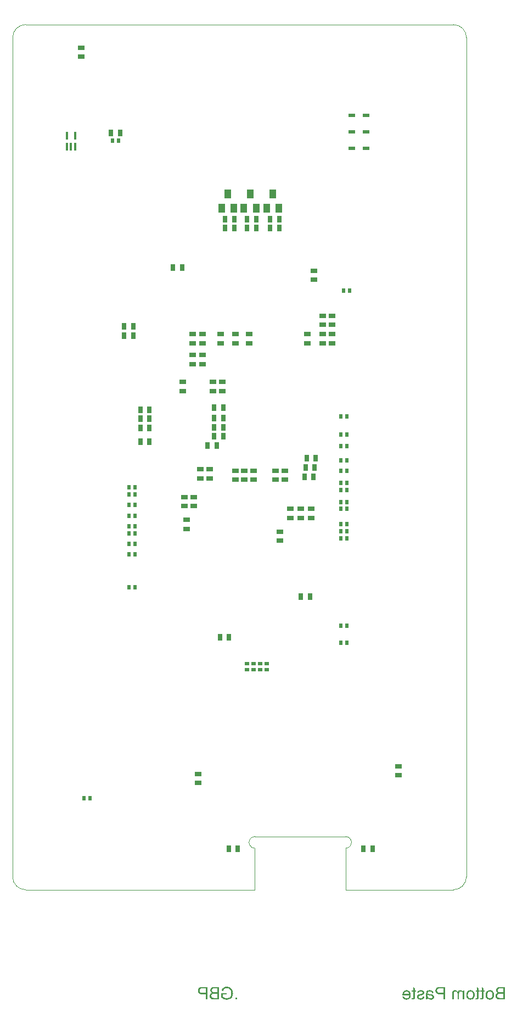
<source format=gbp>
G04 Layer_Color=128*
%FSLAX43Y43*%
%MOMM*%
G71*
G01*
G75*
%ADD10R,0.640X1.000*%
%ADD12R,1.000X0.640*%
%ADD13C,0.100*%
%ADD14C,0.100*%
%ADD20R,0.640X1.000*%
%ADD21R,0.700X0.510*%
%ADD57R,0.510X0.700*%
%ADD58R,1.000X0.640*%
%ADD66R,0.487X0.700*%
%ADD67R,1.000X0.640*%
%ADD68R,0.400X1.200*%
%ADD69R,1.060X0.540*%
%ADD70R,1.000X1.400*%
G36*
X64400Y-15478D02*
X64458Y-15483D01*
X64514Y-15491D01*
X64558Y-15500D01*
X64597Y-15508D01*
X64625Y-15516D01*
X64636Y-15519D01*
X64644Y-15522D01*
X64647Y-15525D01*
X64650D01*
X64697Y-15544D01*
X64738Y-15569D01*
X64774Y-15591D01*
X64805Y-15614D01*
X64827Y-15636D01*
X64844Y-15652D01*
X64855Y-15664D01*
X64858Y-15666D01*
X64883Y-15702D01*
X64905Y-15741D01*
X64922Y-15780D01*
X64936Y-15816D01*
X64947Y-15852D01*
X64955Y-15877D01*
X64958Y-15888D01*
Y-15897D01*
X64961Y-15900D01*
Y-15902D01*
X64730Y-15933D01*
X64713Y-15883D01*
X64697Y-15838D01*
X64677Y-15802D01*
X64661Y-15775D01*
X64644Y-15752D01*
X64630Y-15739D01*
X64619Y-15730D01*
X64616Y-15727D01*
X64583Y-15708D01*
X64544Y-15694D01*
X64502Y-15683D01*
X64464Y-15677D01*
X64425Y-15672D01*
X64397Y-15669D01*
X64369D01*
X64305Y-15672D01*
X64250Y-15680D01*
X64205Y-15694D01*
X64166Y-15708D01*
X64139Y-15725D01*
X64117Y-15736D01*
X64103Y-15747D01*
X64100Y-15750D01*
X64078Y-15775D01*
X64061Y-15805D01*
X64047Y-15838D01*
X64039Y-15872D01*
X64033Y-15902D01*
X64030Y-15930D01*
Y-15947D01*
Y-15950D01*
Y-15952D01*
Y-15958D01*
Y-15969D01*
Y-15988D01*
X64033Y-16005D01*
Y-16011D01*
Y-16013D01*
X64061Y-16022D01*
X64092Y-16030D01*
X64155Y-16047D01*
X64228Y-16061D01*
X64294Y-16074D01*
X64328Y-16080D01*
X64358Y-16083D01*
X64386Y-16088D01*
X64408Y-16091D01*
X64427Y-16094D01*
X64441D01*
X64452Y-16097D01*
X64455D01*
X64505Y-16102D01*
X64547Y-16111D01*
X64583Y-16116D01*
X64611Y-16122D01*
X64633Y-16124D01*
X64650Y-16130D01*
X64661Y-16133D01*
X64663D01*
X64700Y-16144D01*
X64730Y-16155D01*
X64761Y-16169D01*
X64786Y-16180D01*
X64808Y-16191D01*
X64822Y-16202D01*
X64833Y-16208D01*
X64836Y-16211D01*
X64863Y-16230D01*
X64886Y-16252D01*
X64908Y-16274D01*
X64924Y-16297D01*
X64938Y-16316D01*
X64949Y-16333D01*
X64955Y-16344D01*
X64958Y-16347D01*
X64972Y-16377D01*
X64983Y-16410D01*
X64991Y-16441D01*
X64997Y-16471D01*
X64999Y-16496D01*
X65002Y-16516D01*
Y-16527D01*
Y-16533D01*
X64999Y-16566D01*
X64997Y-16594D01*
X64983Y-16652D01*
X64963Y-16699D01*
X64941Y-16741D01*
X64919Y-16774D01*
X64899Y-16799D01*
X64886Y-16813D01*
X64880Y-16818D01*
X64830Y-16855D01*
X64774Y-16882D01*
X64713Y-16902D01*
X64658Y-16916D01*
X64608Y-16924D01*
X64586Y-16927D01*
X64566D01*
X64550Y-16930D01*
X64527D01*
X64477Y-16927D01*
X64427Y-16921D01*
X64383Y-16916D01*
X64344Y-16907D01*
X64314Y-16899D01*
X64289Y-16891D01*
X64272Y-16888D01*
X64266Y-16885D01*
X64219Y-16866D01*
X64175Y-16841D01*
X64133Y-16813D01*
X64092Y-16788D01*
X64058Y-16763D01*
X64033Y-16744D01*
X64017Y-16730D01*
X64014Y-16724D01*
X64011D01*
X64005Y-16760D01*
X64000Y-16794D01*
X63994Y-16824D01*
X63986Y-16849D01*
X63978Y-16871D01*
X63972Y-16885D01*
X63969Y-16896D01*
X63967Y-16899D01*
X63720D01*
X63733Y-16868D01*
X63747Y-16838D01*
X63758Y-16810D01*
X63764Y-16785D01*
X63772Y-16763D01*
X63775Y-16746D01*
X63778Y-16735D01*
Y-16732D01*
X63781Y-16713D01*
X63783Y-16688D01*
Y-16660D01*
X63786Y-16630D01*
X63789Y-16560D01*
Y-16491D01*
X63792Y-16424D01*
Y-16394D01*
Y-16369D01*
Y-16347D01*
Y-16330D01*
Y-16319D01*
Y-16316D01*
Y-16000D01*
Y-15947D01*
X63794Y-15900D01*
X63797Y-15863D01*
Y-15833D01*
X63800Y-15811D01*
X63803Y-15794D01*
X63806Y-15786D01*
Y-15783D01*
X63814Y-15747D01*
X63825Y-15716D01*
X63836Y-15691D01*
X63850Y-15666D01*
X63861Y-15650D01*
X63869Y-15636D01*
X63875Y-15627D01*
X63878Y-15625D01*
X63900Y-15603D01*
X63925Y-15580D01*
X63953Y-15564D01*
X63980Y-15547D01*
X64005Y-15536D01*
X64025Y-15528D01*
X64039Y-15522D01*
X64044Y-15519D01*
X64089Y-15505D01*
X64136Y-15494D01*
X64183Y-15486D01*
X64230Y-15480D01*
X64272Y-15478D01*
X64303Y-15475D01*
X64333D01*
X64400Y-15478D01*
D02*
G37*
G36*
X75949Y-16899D02*
X75216D01*
X75149Y-16896D01*
X75091Y-16893D01*
X75038Y-16888D01*
X74994Y-16882D01*
X74958Y-16877D01*
X74930Y-16874D01*
X74913Y-16868D01*
X74908D01*
X74860Y-16855D01*
X74822Y-16841D01*
X74786Y-16824D01*
X74755Y-16807D01*
X74730Y-16796D01*
X74711Y-16785D01*
X74699Y-16777D01*
X74697Y-16774D01*
X74666Y-16749D01*
X74638Y-16719D01*
X74616Y-16688D01*
X74594Y-16660D01*
X74577Y-16632D01*
X74566Y-16613D01*
X74558Y-16599D01*
X74555Y-16594D01*
X74536Y-16549D01*
X74522Y-16505D01*
X74511Y-16463D01*
X74505Y-16424D01*
X74500Y-16391D01*
X74497Y-16363D01*
Y-16347D01*
Y-16344D01*
Y-16341D01*
X74500Y-16280D01*
X74511Y-16224D01*
X74527Y-16177D01*
X74544Y-16133D01*
X74561Y-16099D01*
X74577Y-16074D01*
X74588Y-16058D01*
X74591Y-16052D01*
X74630Y-16008D01*
X74672Y-15972D01*
X74719Y-15941D01*
X74761Y-15916D01*
X74799Y-15897D01*
X74833Y-15886D01*
X74844Y-15880D01*
X74852Y-15877D01*
X74858Y-15875D01*
X74860D01*
X74813Y-15847D01*
X74772Y-15819D01*
X74738Y-15789D01*
X74711Y-15761D01*
X74688Y-15739D01*
X74672Y-15716D01*
X74663Y-15705D01*
X74661Y-15700D01*
X74638Y-15658D01*
X74622Y-15619D01*
X74608Y-15580D01*
X74600Y-15544D01*
X74594Y-15514D01*
X74591Y-15489D01*
Y-15475D01*
Y-15469D01*
X74594Y-15422D01*
X74602Y-15375D01*
X74616Y-15333D01*
X74630Y-15294D01*
X74644Y-15261D01*
X74658Y-15239D01*
X74666Y-15222D01*
X74669Y-15217D01*
X74699Y-15175D01*
X74733Y-15136D01*
X74769Y-15106D01*
X74802Y-15081D01*
X74830Y-15061D01*
X74855Y-15047D01*
X74872Y-15039D01*
X74874Y-15036D01*
X74877D01*
X74930Y-15017D01*
X74988Y-15003D01*
X75047Y-14992D01*
X75102Y-14986D01*
X75152Y-14981D01*
X75174D01*
X75194Y-14978D01*
X75949D01*
Y-16899D01*
D02*
G37*
G36*
X66682D02*
X66426D01*
Y-16119D01*
X65935D01*
X65863Y-16116D01*
X65793Y-16111D01*
X65732Y-16102D01*
X65677Y-16091D01*
X65624Y-16080D01*
X65580Y-16066D01*
X65538Y-16049D01*
X65502Y-16033D01*
X65471Y-16019D01*
X65444Y-16002D01*
X65421Y-15988D01*
X65405Y-15975D01*
X65391Y-15966D01*
X65382Y-15958D01*
X65377Y-15952D01*
X65374Y-15950D01*
X65346Y-15916D01*
X65321Y-15883D01*
X65302Y-15850D01*
X65283Y-15814D01*
X65266Y-15777D01*
X65255Y-15744D01*
X65235Y-15680D01*
X65230Y-15650D01*
X65224Y-15622D01*
X65221Y-15597D01*
X65219Y-15578D01*
X65216Y-15558D01*
Y-15547D01*
Y-15539D01*
Y-15536D01*
X65219Y-15483D01*
X65224Y-15433D01*
X65235Y-15389D01*
X65244Y-15350D01*
X65255Y-15317D01*
X65266Y-15292D01*
X65271Y-15278D01*
X65274Y-15272D01*
X65296Y-15230D01*
X65324Y-15194D01*
X65349Y-15161D01*
X65374Y-15136D01*
X65396Y-15117D01*
X65413Y-15100D01*
X65424Y-15092D01*
X65430Y-15089D01*
X65466Y-15067D01*
X65507Y-15047D01*
X65546Y-15031D01*
X65582Y-15017D01*
X65616Y-15008D01*
X65641Y-15003D01*
X65660Y-14997D01*
X65666D01*
X65707Y-14992D01*
X65755Y-14986D01*
X65804Y-14983D01*
X65852Y-14981D01*
X65893Y-14978D01*
X66682D01*
Y-16899D01*
D02*
G37*
G36*
X60821Y-15478D02*
X60871Y-15483D01*
X60918Y-15491D01*
X60963Y-15505D01*
X61004Y-15519D01*
X61043Y-15536D01*
X61079Y-15553D01*
X61110Y-15572D01*
X61140Y-15589D01*
X61165Y-15608D01*
X61188Y-15625D01*
X61204Y-15639D01*
X61218Y-15652D01*
X61229Y-15661D01*
X61235Y-15666D01*
X61238Y-15669D01*
X61268Y-15708D01*
X61296Y-15750D01*
X61321Y-15791D01*
X61343Y-15836D01*
X61360Y-15883D01*
X61374Y-15927D01*
X61396Y-16016D01*
X61404Y-16055D01*
X61410Y-16094D01*
X61412Y-16127D01*
X61415Y-16158D01*
X61418Y-16183D01*
Y-16199D01*
Y-16213D01*
Y-16216D01*
X61415Y-16277D01*
X61410Y-16335D01*
X61401Y-16391D01*
X61390Y-16441D01*
X61376Y-16488D01*
X61363Y-16533D01*
X61346Y-16571D01*
X61329Y-16608D01*
X61313Y-16638D01*
X61296Y-16666D01*
X61282Y-16688D01*
X61268Y-16707D01*
X61257Y-16724D01*
X61249Y-16735D01*
X61243Y-16741D01*
X61240Y-16744D01*
X61204Y-16777D01*
X61168Y-16805D01*
X61129Y-16830D01*
X61088Y-16852D01*
X61049Y-16868D01*
X61007Y-16885D01*
X60929Y-16907D01*
X60893Y-16913D01*
X60860Y-16918D01*
X60829Y-16924D01*
X60805Y-16927D01*
X60785Y-16930D01*
X60755D01*
X60668Y-16924D01*
X60591Y-16910D01*
X60521Y-16893D01*
X60494Y-16882D01*
X60466Y-16871D01*
X60441Y-16860D01*
X60419Y-16849D01*
X60402Y-16841D01*
X60385Y-16832D01*
X60374Y-16824D01*
X60366Y-16818D01*
X60360Y-16813D01*
X60358D01*
X60302Y-16763D01*
X60258Y-16710D01*
X60219Y-16655D01*
X60191Y-16602D01*
X60169Y-16555D01*
X60160Y-16533D01*
X60152Y-16516D01*
X60147Y-16499D01*
X60144Y-16488D01*
X60141Y-16483D01*
Y-16480D01*
X60385Y-16449D01*
X60408Y-16502D01*
X60432Y-16546D01*
X60457Y-16585D01*
X60480Y-16616D01*
X60499Y-16638D01*
X60516Y-16655D01*
X60530Y-16666D01*
X60532Y-16669D01*
X60569Y-16691D01*
X60605Y-16707D01*
X60643Y-16719D01*
X60677Y-16727D01*
X60707Y-16732D01*
X60732Y-16735D01*
X60755D01*
X60788Y-16732D01*
X60818Y-16730D01*
X60874Y-16716D01*
X60924Y-16696D01*
X60968Y-16674D01*
X61002Y-16655D01*
X61027Y-16635D01*
X61043Y-16621D01*
X61046Y-16616D01*
X61049D01*
X61088Y-16566D01*
X61118Y-16510D01*
X61140Y-16449D01*
X61157Y-16394D01*
X61165Y-16344D01*
X61171Y-16322D01*
X61174Y-16302D01*
Y-16285D01*
X61177Y-16274D01*
Y-16266D01*
Y-16263D01*
X60135D01*
X60133Y-16235D01*
Y-16216D01*
Y-16205D01*
Y-16202D01*
X60135Y-16138D01*
X60141Y-16080D01*
X60149Y-16024D01*
X60160Y-15972D01*
X60174Y-15925D01*
X60188Y-15880D01*
X60205Y-15841D01*
X60221Y-15805D01*
X60238Y-15772D01*
X60255Y-15744D01*
X60269Y-15722D01*
X60283Y-15702D01*
X60294Y-15686D01*
X60302Y-15675D01*
X60308Y-15669D01*
X60310Y-15666D01*
X60344Y-15633D01*
X60380Y-15603D01*
X60419Y-15578D01*
X60457Y-15555D01*
X60496Y-15536D01*
X60532Y-15522D01*
X60571Y-15508D01*
X60605Y-15500D01*
X60641Y-15491D01*
X60671Y-15486D01*
X60699Y-15480D01*
X60721Y-15478D01*
X60741Y-15475D01*
X60768D01*
X60821Y-15478D01*
D02*
G37*
G36*
X62045Y-15161D02*
Y-15505D01*
X62220D01*
Y-15689D01*
X62045D01*
Y-16494D01*
Y-16533D01*
Y-16566D01*
X62043Y-16596D01*
X62040Y-16627D01*
Y-16652D01*
X62037Y-16674D01*
X62032Y-16710D01*
X62026Y-16738D01*
X62023Y-16757D01*
X62018Y-16769D01*
Y-16771D01*
X62007Y-16796D01*
X61990Y-16816D01*
X61973Y-16835D01*
X61959Y-16849D01*
X61943Y-16863D01*
X61932Y-16871D01*
X61923Y-16877D01*
X61921Y-16880D01*
X61890Y-16893D01*
X61859Y-16902D01*
X61826Y-16910D01*
X61793Y-16913D01*
X61765Y-16916D01*
X61743Y-16918D01*
X61721D01*
X61660Y-16916D01*
X61629Y-16913D01*
X61601Y-16907D01*
X61576Y-16905D01*
X61557Y-16902D01*
X61546Y-16899D01*
X61540D01*
X61571Y-16691D01*
X61593Y-16694D01*
X61615Y-16696D01*
X61635D01*
X61648Y-16699D01*
X61676D01*
X61712Y-16696D01*
X61737Y-16691D01*
X61751Y-16685D01*
X61757Y-16682D01*
X61776Y-16669D01*
X61787Y-16655D01*
X61796Y-16644D01*
X61798Y-16638D01*
X61801Y-16624D01*
X61804Y-16605D01*
X61807Y-16560D01*
X61809Y-16541D01*
Y-16524D01*
Y-16513D01*
Y-16508D01*
Y-15689D01*
X61571D01*
Y-15505D01*
X61809D01*
Y-15019D01*
X62045Y-15161D01*
D02*
G37*
G36*
X71898D02*
Y-15505D01*
X72073D01*
Y-15689D01*
X71898D01*
Y-16494D01*
Y-16533D01*
Y-16566D01*
X71896Y-16596D01*
X71893Y-16627D01*
Y-16652D01*
X71890Y-16674D01*
X71884Y-16710D01*
X71879Y-16738D01*
X71876Y-16757D01*
X71871Y-16769D01*
Y-16771D01*
X71859Y-16796D01*
X71843Y-16816D01*
X71826Y-16835D01*
X71812Y-16849D01*
X71796Y-16863D01*
X71784Y-16871D01*
X71776Y-16877D01*
X71773Y-16880D01*
X71743Y-16893D01*
X71712Y-16902D01*
X71679Y-16910D01*
X71646Y-16913D01*
X71618Y-16916D01*
X71596Y-16918D01*
X71573D01*
X71512Y-16916D01*
X71482Y-16913D01*
X71454Y-16907D01*
X71429Y-16905D01*
X71410Y-16902D01*
X71399Y-16899D01*
X71393D01*
X71424Y-16691D01*
X71446Y-16694D01*
X71468Y-16696D01*
X71487D01*
X71501Y-16699D01*
X71529D01*
X71565Y-16696D01*
X71590Y-16691D01*
X71604Y-16685D01*
X71610Y-16682D01*
X71629Y-16669D01*
X71640Y-16655D01*
X71648Y-16644D01*
X71651Y-16638D01*
X71654Y-16624D01*
X71657Y-16605D01*
X71660Y-16560D01*
X71662Y-16541D01*
Y-16524D01*
Y-16513D01*
Y-16508D01*
Y-15689D01*
X71424D01*
Y-15505D01*
X71662D01*
Y-15019D01*
X71898Y-15161D01*
D02*
G37*
G36*
X72645D02*
Y-15505D01*
X72820D01*
Y-15689D01*
X72645D01*
Y-16494D01*
Y-16533D01*
Y-16566D01*
X72642Y-16596D01*
X72640Y-16627D01*
Y-16652D01*
X72637Y-16674D01*
X72631Y-16710D01*
X72626Y-16738D01*
X72623Y-16757D01*
X72617Y-16769D01*
Y-16771D01*
X72606Y-16796D01*
X72590Y-16816D01*
X72573Y-16835D01*
X72559Y-16849D01*
X72542Y-16863D01*
X72531Y-16871D01*
X72523Y-16877D01*
X72520Y-16880D01*
X72490Y-16893D01*
X72459Y-16902D01*
X72426Y-16910D01*
X72392Y-16913D01*
X72365Y-16916D01*
X72342Y-16918D01*
X72320D01*
X72259Y-16916D01*
X72229Y-16913D01*
X72201Y-16907D01*
X72176Y-16905D01*
X72156Y-16902D01*
X72145Y-16899D01*
X72140D01*
X72170Y-16691D01*
X72193Y-16694D01*
X72215Y-16696D01*
X72234D01*
X72248Y-16699D01*
X72276D01*
X72312Y-16696D01*
X72337Y-16691D01*
X72351Y-16685D01*
X72356Y-16682D01*
X72376Y-16669D01*
X72387Y-16655D01*
X72395Y-16644D01*
X72398Y-16638D01*
X72401Y-16624D01*
X72404Y-16605D01*
X72406Y-16560D01*
X72409Y-16541D01*
Y-16524D01*
Y-16513D01*
Y-16508D01*
Y-15689D01*
X72170D01*
Y-15505D01*
X72409D01*
Y-15019D01*
X72645Y-15161D01*
D02*
G37*
G36*
X69117Y-15478D02*
X69164Y-15486D01*
X69205Y-15494D01*
X69241Y-15505D01*
X69272Y-15519D01*
X69294Y-15528D01*
X69308Y-15536D01*
X69314Y-15539D01*
X69352Y-15564D01*
X69386Y-15591D01*
X69416Y-15619D01*
X69441Y-15647D01*
X69461Y-15669D01*
X69477Y-15689D01*
X69486Y-15700D01*
X69489Y-15705D01*
Y-15505D01*
X69700D01*
Y-16899D01*
X69464D01*
Y-16177D01*
X69461Y-16111D01*
X69458Y-16052D01*
X69452Y-16002D01*
X69444Y-15961D01*
X69436Y-15930D01*
X69430Y-15908D01*
X69427Y-15894D01*
X69425Y-15888D01*
X69408Y-15852D01*
X69389Y-15822D01*
X69369Y-15794D01*
X69350Y-15772D01*
X69330Y-15755D01*
X69316Y-15744D01*
X69305Y-15736D01*
X69303Y-15733D01*
X69269Y-15716D01*
X69239Y-15702D01*
X69205Y-15694D01*
X69178Y-15686D01*
X69155Y-15683D01*
X69136Y-15680D01*
X69119D01*
X69072Y-15683D01*
X69033Y-15691D01*
X69000Y-15705D01*
X68975Y-15719D01*
X68955Y-15736D01*
X68942Y-15747D01*
X68933Y-15758D01*
X68930Y-15761D01*
X68911Y-15794D01*
X68897Y-15830D01*
X68886Y-15869D01*
X68881Y-15908D01*
X68875Y-15941D01*
X68872Y-15972D01*
Y-15983D01*
Y-15988D01*
Y-15994D01*
Y-15997D01*
Y-16899D01*
X68636D01*
Y-16091D01*
X68631Y-16016D01*
X68620Y-15952D01*
X68606Y-15900D01*
X68586Y-15855D01*
X68570Y-15822D01*
X68553Y-15800D01*
X68542Y-15786D01*
X68539Y-15780D01*
X68500Y-15747D01*
X68459Y-15722D01*
X68417Y-15705D01*
X68378Y-15691D01*
X68345Y-15686D01*
X68317Y-15683D01*
X68306Y-15680D01*
X68292D01*
X68261Y-15683D01*
X68236Y-15686D01*
X68211Y-15691D01*
X68192Y-15700D01*
X68173Y-15708D01*
X68161Y-15714D01*
X68153Y-15716D01*
X68150Y-15719D01*
X68128Y-15736D01*
X68112Y-15752D01*
X68098Y-15769D01*
X68087Y-15786D01*
X68078Y-15800D01*
X68073Y-15811D01*
X68067Y-15819D01*
Y-15822D01*
X68059Y-15847D01*
X68053Y-15880D01*
X68050Y-15913D01*
X68048Y-15947D01*
X68045Y-15977D01*
Y-16002D01*
Y-16019D01*
Y-16022D01*
Y-16024D01*
Y-16899D01*
X67809D01*
Y-15944D01*
Y-15900D01*
X67814Y-15861D01*
X67820Y-15822D01*
X67826Y-15789D01*
X67834Y-15755D01*
X67845Y-15727D01*
X67853Y-15702D01*
X67864Y-15677D01*
X67876Y-15658D01*
X67884Y-15639D01*
X67903Y-15614D01*
X67914Y-15597D01*
X67920Y-15591D01*
X67964Y-15553D01*
X68017Y-15525D01*
X68070Y-15503D01*
X68120Y-15489D01*
X68167Y-15480D01*
X68186Y-15478D01*
X68206D01*
X68220Y-15475D01*
X68239D01*
X68289Y-15478D01*
X68334Y-15486D01*
X68378Y-15497D01*
X68420Y-15514D01*
X68459Y-15533D01*
X68495Y-15553D01*
X68525Y-15575D01*
X68556Y-15597D01*
X68583Y-15622D01*
X68606Y-15644D01*
X68625Y-15664D01*
X68642Y-15683D01*
X68656Y-15700D01*
X68664Y-15711D01*
X68670Y-15719D01*
X68672Y-15722D01*
X68689Y-15680D01*
X68711Y-15644D01*
X68736Y-15614D01*
X68758Y-15589D01*
X68781Y-15566D01*
X68797Y-15553D01*
X68808Y-15544D01*
X68814Y-15541D01*
X68853Y-15519D01*
X68894Y-15503D01*
X68936Y-15491D01*
X68978Y-15483D01*
X69011Y-15478D01*
X69042Y-15475D01*
X69067D01*
X69117Y-15478D01*
D02*
G37*
G36*
X73661D02*
X73706Y-15480D01*
X73792Y-15500D01*
X73867Y-15525D01*
X73900Y-15539D01*
X73930Y-15553D01*
X73958Y-15566D01*
X73980Y-15580D01*
X74003Y-15594D01*
X74019Y-15605D01*
X74033Y-15616D01*
X74044Y-15625D01*
X74050Y-15627D01*
X74053Y-15630D01*
X74091Y-15666D01*
X74122Y-15708D01*
X74153Y-15752D01*
X74175Y-15797D01*
X74197Y-15844D01*
X74214Y-15894D01*
X74228Y-15941D01*
X74239Y-15986D01*
X74250Y-16030D01*
X74255Y-16069D01*
X74261Y-16108D01*
X74264Y-16138D01*
Y-16166D01*
X74266Y-16186D01*
Y-16197D01*
Y-16202D01*
X74264Y-16266D01*
X74258Y-16327D01*
X74250Y-16383D01*
X74239Y-16435D01*
X74225Y-16483D01*
X74211Y-16527D01*
X74194Y-16569D01*
X74178Y-16605D01*
X74161Y-16638D01*
X74144Y-16666D01*
X74130Y-16688D01*
X74116Y-16707D01*
X74105Y-16724D01*
X74097Y-16735D01*
X74091Y-16741D01*
X74089Y-16744D01*
X74053Y-16777D01*
X74017Y-16805D01*
X73978Y-16830D01*
X73939Y-16852D01*
X73900Y-16868D01*
X73858Y-16885D01*
X73783Y-16907D01*
X73750Y-16913D01*
X73717Y-16918D01*
X73689Y-16924D01*
X73664Y-16927D01*
X73642Y-16930D01*
X73614D01*
X73547Y-16927D01*
X73486Y-16916D01*
X73428Y-16902D01*
X73381Y-16888D01*
X73339Y-16871D01*
X73322Y-16866D01*
X73309Y-16860D01*
X73295Y-16855D01*
X73286Y-16849D01*
X73284Y-16846D01*
X73281D01*
X73225Y-16810D01*
X73178Y-16771D01*
X73136Y-16732D01*
X73103Y-16694D01*
X73078Y-16660D01*
X73059Y-16632D01*
X73053Y-16621D01*
X73048Y-16613D01*
X73045Y-16610D01*
Y-16608D01*
X73017Y-16544D01*
X72998Y-16474D01*
X72981Y-16405D01*
X72973Y-16335D01*
X72967Y-16305D01*
Y-16277D01*
X72964Y-16249D01*
X72962Y-16227D01*
Y-16208D01*
Y-16194D01*
Y-16186D01*
Y-16183D01*
X72964Y-16122D01*
X72970Y-16066D01*
X72978Y-16013D01*
X72989Y-15963D01*
X73003Y-15916D01*
X73020Y-15875D01*
X73037Y-15833D01*
X73053Y-15800D01*
X73070Y-15769D01*
X73087Y-15741D01*
X73103Y-15716D01*
X73117Y-15697D01*
X73128Y-15683D01*
X73136Y-15672D01*
X73142Y-15666D01*
X73145Y-15664D01*
X73181Y-15630D01*
X73217Y-15603D01*
X73256Y-15575D01*
X73295Y-15555D01*
X73334Y-15536D01*
X73372Y-15522D01*
X73447Y-15497D01*
X73483Y-15491D01*
X73514Y-15486D01*
X73542Y-15480D01*
X73567Y-15478D01*
X73586Y-15475D01*
X73614D01*
X73661Y-15478D01*
D02*
G37*
G36*
X33133Y-14950D02*
X33230Y-14964D01*
X33274Y-14972D01*
X33316Y-14983D01*
X33355Y-14992D01*
X33391Y-15003D01*
X33424Y-15014D01*
X33452Y-15025D01*
X33477Y-15036D01*
X33499Y-15044D01*
X33516Y-15053D01*
X33527Y-15058D01*
X33535Y-15061D01*
X33538Y-15064D01*
X33577Y-15089D01*
X33616Y-15114D01*
X33683Y-15172D01*
X33741Y-15230D01*
X33788Y-15292D01*
X33827Y-15344D01*
X33841Y-15367D01*
X33852Y-15389D01*
X33863Y-15405D01*
X33869Y-15417D01*
X33871Y-15425D01*
X33874Y-15428D01*
X33913Y-15519D01*
X33941Y-15611D01*
X33963Y-15700D01*
X33968Y-15741D01*
X33977Y-15780D01*
X33980Y-15816D01*
X33985Y-15847D01*
X33988Y-15877D01*
Y-15902D01*
X33991Y-15922D01*
Y-15936D01*
Y-15947D01*
Y-15950D01*
X33985Y-16052D01*
X33971Y-16149D01*
X33963Y-16194D01*
X33955Y-16235D01*
X33944Y-16277D01*
X33932Y-16313D01*
X33921Y-16347D01*
X33910Y-16374D01*
X33902Y-16402D01*
X33894Y-16421D01*
X33885Y-16441D01*
X33880Y-16452D01*
X33874Y-16460D01*
Y-16463D01*
X33824Y-16544D01*
X33769Y-16613D01*
X33710Y-16674D01*
X33655Y-16724D01*
X33602Y-16763D01*
X33583Y-16777D01*
X33563Y-16791D01*
X33547Y-16799D01*
X33535Y-16807D01*
X33527Y-16810D01*
X33524Y-16813D01*
X33480Y-16835D01*
X33435Y-16852D01*
X33347Y-16882D01*
X33261Y-16902D01*
X33180Y-16918D01*
X33144Y-16921D01*
X33111Y-16927D01*
X33080Y-16930D01*
X33055D01*
X33036Y-16932D01*
X33008D01*
X32930Y-16930D01*
X32855Y-16921D01*
X32786Y-16907D01*
X32725Y-16893D01*
X32700Y-16888D01*
X32675Y-16882D01*
X32653Y-16874D01*
X32633Y-16868D01*
X32619Y-16863D01*
X32608Y-16860D01*
X32603Y-16857D01*
X32600D01*
X32525Y-16827D01*
X32455Y-16791D01*
X32389Y-16752D01*
X32331Y-16716D01*
X32306Y-16699D01*
X32281Y-16682D01*
X32261Y-16669D01*
X32244Y-16657D01*
X32231Y-16646D01*
X32219Y-16638D01*
X32214Y-16635D01*
X32211Y-16632D01*
Y-15919D01*
X33027D01*
Y-16147D01*
X32461D01*
Y-16508D01*
X32494Y-16535D01*
X32533Y-16560D01*
X32575Y-16583D01*
X32614Y-16602D01*
X32647Y-16619D01*
X32678Y-16632D01*
X32689Y-16638D01*
X32694Y-16641D01*
X32700Y-16644D01*
X32703D01*
X32761Y-16663D01*
X32819Y-16680D01*
X32872Y-16691D01*
X32922Y-16696D01*
X32963Y-16702D01*
X32980D01*
X32997Y-16705D01*
X33025D01*
X33094Y-16702D01*
X33161Y-16691D01*
X33222Y-16677D01*
X33277Y-16663D01*
X33322Y-16646D01*
X33341Y-16641D01*
X33355Y-16635D01*
X33369Y-16630D01*
X33377Y-16624D01*
X33383Y-16621D01*
X33385D01*
X33444Y-16585D01*
X33497Y-16546D01*
X33541Y-16505D01*
X33577Y-16463D01*
X33608Y-16424D01*
X33627Y-16394D01*
X33635Y-16383D01*
X33638Y-16374D01*
X33644Y-16369D01*
Y-16366D01*
X33671Y-16297D01*
X33694Y-16224D01*
X33708Y-16152D01*
X33719Y-16083D01*
X33721Y-16052D01*
X33724Y-16024D01*
X33727Y-15997D01*
Y-15975D01*
X33730Y-15958D01*
Y-15944D01*
Y-15936D01*
Y-15933D01*
X33727Y-15855D01*
X33719Y-15786D01*
X33708Y-15719D01*
X33694Y-15661D01*
X33688Y-15636D01*
X33680Y-15614D01*
X33674Y-15594D01*
X33669Y-15578D01*
X33663Y-15564D01*
X33660Y-15555D01*
X33658Y-15550D01*
Y-15547D01*
X33638Y-15508D01*
X33619Y-15472D01*
X33599Y-15439D01*
X33580Y-15411D01*
X33563Y-15389D01*
X33549Y-15369D01*
X33538Y-15358D01*
X33535Y-15355D01*
X33505Y-15325D01*
X33472Y-15297D01*
X33435Y-15275D01*
X33402Y-15253D01*
X33374Y-15239D01*
X33352Y-15225D01*
X33336Y-15219D01*
X33330Y-15217D01*
X33280Y-15197D01*
X33230Y-15183D01*
X33177Y-15175D01*
X33130Y-15167D01*
X33088Y-15164D01*
X33072D01*
X33058Y-15161D01*
X33027D01*
X32975Y-15164D01*
X32925Y-15169D01*
X32880Y-15178D01*
X32841Y-15186D01*
X32808Y-15197D01*
X32783Y-15206D01*
X32769Y-15211D01*
X32764Y-15214D01*
X32722Y-15233D01*
X32686Y-15255D01*
X32653Y-15278D01*
X32628Y-15300D01*
X32608Y-15319D01*
X32591Y-15333D01*
X32583Y-15344D01*
X32580Y-15347D01*
X32555Y-15380D01*
X32536Y-15419D01*
X32517Y-15455D01*
X32500Y-15494D01*
X32489Y-15528D01*
X32480Y-15553D01*
X32478Y-15564D01*
X32475Y-15572D01*
X32472Y-15575D01*
Y-15578D01*
X32242Y-15516D01*
X32261Y-15447D01*
X32286Y-15386D01*
X32311Y-15330D01*
X32333Y-15286D01*
X32355Y-15250D01*
X32372Y-15225D01*
X32383Y-15208D01*
X32389Y-15203D01*
X32428Y-15158D01*
X32469Y-15122D01*
X32514Y-15089D01*
X32555Y-15061D01*
X32594Y-15042D01*
X32625Y-15025D01*
X32636Y-15019D01*
X32644Y-15017D01*
X32650Y-15014D01*
X32653D01*
X32716Y-14992D01*
X32783Y-14975D01*
X32844Y-14961D01*
X32902Y-14953D01*
X32955Y-14947D01*
X32977D01*
X32994Y-14945D01*
X33083D01*
X33133Y-14950D01*
D02*
G37*
G36*
X63050Y-15480D02*
X63084Y-15483D01*
X63114Y-15489D01*
X63139Y-15494D01*
X63159Y-15500D01*
X63170Y-15503D01*
X63175Y-15505D01*
X63209Y-15516D01*
X63239Y-15528D01*
X63264Y-15539D01*
X63286Y-15550D01*
X63303Y-15558D01*
X63314Y-15566D01*
X63323Y-15569D01*
X63325Y-15572D01*
X63353Y-15591D01*
X63375Y-15614D01*
X63395Y-15639D01*
X63411Y-15658D01*
X63425Y-15677D01*
X63434Y-15691D01*
X63439Y-15702D01*
X63442Y-15705D01*
X63456Y-15736D01*
X63467Y-15764D01*
X63472Y-15794D01*
X63478Y-15819D01*
X63481Y-15844D01*
X63484Y-15861D01*
Y-15872D01*
Y-15877D01*
X63481Y-15916D01*
X63475Y-15950D01*
X63467Y-15983D01*
X63459Y-16011D01*
X63450Y-16033D01*
X63442Y-16052D01*
X63436Y-16063D01*
X63434Y-16066D01*
X63411Y-16097D01*
X63386Y-16122D01*
X63361Y-16144D01*
X63336Y-16163D01*
X63314Y-16177D01*
X63298Y-16188D01*
X63286Y-16194D01*
X63281Y-16197D01*
X63261Y-16205D01*
X63236Y-16216D01*
X63181Y-16235D01*
X63123Y-16252D01*
X63062Y-16272D01*
X63009Y-16285D01*
X62984Y-16294D01*
X62962Y-16299D01*
X62945Y-16305D01*
X62931Y-16308D01*
X62923Y-16310D01*
X62920D01*
X62884Y-16319D01*
X62853Y-16327D01*
X62826Y-16335D01*
X62801Y-16344D01*
X62778Y-16349D01*
X62759Y-16358D01*
X62726Y-16369D01*
X62703Y-16377D01*
X62690Y-16385D01*
X62681Y-16388D01*
X62678Y-16391D01*
X62653Y-16408D01*
X62637Y-16430D01*
X62623Y-16449D01*
X62615Y-16469D01*
X62609Y-16488D01*
X62606Y-16502D01*
Y-16513D01*
Y-16516D01*
X62609Y-16549D01*
X62617Y-16577D01*
X62631Y-16605D01*
X62645Y-16627D01*
X62662Y-16646D01*
X62673Y-16660D01*
X62684Y-16669D01*
X62687Y-16671D01*
X62720Y-16694D01*
X62756Y-16707D01*
X62798Y-16719D01*
X62837Y-16727D01*
X62873Y-16732D01*
X62901Y-16735D01*
X62928D01*
X62987Y-16732D01*
X63037Y-16724D01*
X63078Y-16713D01*
X63114Y-16699D01*
X63142Y-16685D01*
X63164Y-16674D01*
X63175Y-16666D01*
X63181Y-16663D01*
X63211Y-16632D01*
X63236Y-16596D01*
X63253Y-16560D01*
X63267Y-16527D01*
X63278Y-16496D01*
X63284Y-16469D01*
X63289Y-16452D01*
Y-16449D01*
Y-16446D01*
X63522Y-16483D01*
X63503Y-16560D01*
X63478Y-16630D01*
X63447Y-16685D01*
X63417Y-16732D01*
X63389Y-16771D01*
X63364Y-16796D01*
X63348Y-16813D01*
X63345Y-16816D01*
X63342Y-16818D01*
X63314Y-16838D01*
X63284Y-16855D01*
X63217Y-16882D01*
X63148Y-16902D01*
X63081Y-16916D01*
X63050Y-16921D01*
X63023Y-16924D01*
X62995Y-16927D01*
X62973D01*
X62953Y-16930D01*
X62928D01*
X62867Y-16927D01*
X62814Y-16921D01*
X62765Y-16913D01*
X62720Y-16902D01*
X62684Y-16891D01*
X62656Y-16882D01*
X62640Y-16877D01*
X62637Y-16874D01*
X62634D01*
X62587Y-16849D01*
X62548Y-16824D01*
X62515Y-16796D01*
X62484Y-16771D01*
X62462Y-16749D01*
X62448Y-16730D01*
X62437Y-16719D01*
X62434Y-16713D01*
X62412Y-16674D01*
X62395Y-16632D01*
X62381Y-16596D01*
X62373Y-16563D01*
X62368Y-16533D01*
X62365Y-16510D01*
Y-16496D01*
Y-16491D01*
X62368Y-16446D01*
X62373Y-16408D01*
X62384Y-16374D01*
X62393Y-16344D01*
X62404Y-16319D01*
X62415Y-16302D01*
X62420Y-16291D01*
X62423Y-16288D01*
X62445Y-16260D01*
X62470Y-16235D01*
X62495Y-16213D01*
X62520Y-16197D01*
X62545Y-16183D01*
X62562Y-16174D01*
X62573Y-16169D01*
X62578Y-16166D01*
X62598Y-16158D01*
X62620Y-16149D01*
X62673Y-16130D01*
X62731Y-16111D01*
X62790Y-16094D01*
X62842Y-16077D01*
X62867Y-16072D01*
X62887Y-16066D01*
X62903Y-16061D01*
X62917Y-16058D01*
X62926Y-16055D01*
X62928D01*
X62959Y-16047D01*
X62987Y-16038D01*
X63012Y-16033D01*
X63034Y-16024D01*
X63070Y-16016D01*
X63098Y-16008D01*
X63117Y-16000D01*
X63128Y-15997D01*
X63134Y-15994D01*
X63137D01*
X63159Y-15983D01*
X63178Y-15975D01*
X63195Y-15963D01*
X63206Y-15955D01*
X63217Y-15947D01*
X63223Y-15938D01*
X63225Y-15936D01*
X63228Y-15933D01*
X63245Y-15905D01*
X63253Y-15877D01*
Y-15866D01*
X63256Y-15858D01*
Y-15852D01*
Y-15850D01*
X63253Y-15825D01*
X63245Y-15800D01*
X63234Y-15777D01*
X63220Y-15761D01*
X63209Y-15744D01*
X63198Y-15733D01*
X63189Y-15727D01*
X63187Y-15725D01*
X63156Y-15705D01*
X63120Y-15691D01*
X63081Y-15683D01*
X63045Y-15675D01*
X63009Y-15672D01*
X62981Y-15669D01*
X62953D01*
X62906Y-15672D01*
X62862Y-15677D01*
X62826Y-15689D01*
X62798Y-15700D01*
X62773Y-15711D01*
X62756Y-15722D01*
X62745Y-15727D01*
X62742Y-15730D01*
X62715Y-15755D01*
X62695Y-15783D01*
X62678Y-15811D01*
X62665Y-15836D01*
X62656Y-15861D01*
X62651Y-15880D01*
X62648Y-15891D01*
Y-15897D01*
X62417Y-15866D01*
X62429Y-15819D01*
X62440Y-15777D01*
X62454Y-15741D01*
X62467Y-15708D01*
X62481Y-15686D01*
X62492Y-15666D01*
X62498Y-15655D01*
X62501Y-15652D01*
X62526Y-15625D01*
X62554Y-15600D01*
X62584Y-15578D01*
X62615Y-15558D01*
X62642Y-15544D01*
X62665Y-15533D01*
X62678Y-15528D01*
X62681Y-15525D01*
X62684D01*
X62731Y-15508D01*
X62781Y-15497D01*
X62828Y-15486D01*
X62873Y-15480D01*
X62914Y-15478D01*
X62945Y-15475D01*
X63012D01*
X63050Y-15480D01*
D02*
G37*
G36*
X70674Y-15478D02*
X70718Y-15480D01*
X70804Y-15500D01*
X70879Y-15525D01*
X70913Y-15539D01*
X70943Y-15553D01*
X70971Y-15566D01*
X70993Y-15580D01*
X71015Y-15594D01*
X71032Y-15605D01*
X71046Y-15616D01*
X71057Y-15625D01*
X71063Y-15627D01*
X71065Y-15630D01*
X71104Y-15666D01*
X71135Y-15708D01*
X71165Y-15752D01*
X71188Y-15797D01*
X71210Y-15844D01*
X71226Y-15894D01*
X71240Y-15941D01*
X71251Y-15986D01*
X71263Y-16030D01*
X71268Y-16069D01*
X71274Y-16108D01*
X71276Y-16138D01*
Y-16166D01*
X71279Y-16186D01*
Y-16197D01*
Y-16202D01*
X71276Y-16266D01*
X71271Y-16327D01*
X71263Y-16383D01*
X71251Y-16435D01*
X71238Y-16483D01*
X71224Y-16527D01*
X71207Y-16569D01*
X71190Y-16605D01*
X71174Y-16638D01*
X71157Y-16666D01*
X71143Y-16688D01*
X71129Y-16707D01*
X71118Y-16724D01*
X71110Y-16735D01*
X71104Y-16741D01*
X71102Y-16744D01*
X71065Y-16777D01*
X71029Y-16805D01*
X70990Y-16830D01*
X70952Y-16852D01*
X70913Y-16868D01*
X70871Y-16885D01*
X70796Y-16907D01*
X70763Y-16913D01*
X70729Y-16918D01*
X70702Y-16924D01*
X70677Y-16927D01*
X70655Y-16930D01*
X70627D01*
X70560Y-16927D01*
X70499Y-16916D01*
X70441Y-16902D01*
X70394Y-16888D01*
X70352Y-16871D01*
X70335Y-16866D01*
X70321Y-16860D01*
X70308Y-16855D01*
X70299Y-16849D01*
X70296Y-16846D01*
X70294D01*
X70238Y-16810D01*
X70191Y-16771D01*
X70149Y-16732D01*
X70116Y-16694D01*
X70091Y-16660D01*
X70072Y-16632D01*
X70066Y-16621D01*
X70060Y-16613D01*
X70058Y-16610D01*
Y-16608D01*
X70030Y-16544D01*
X70010Y-16474D01*
X69994Y-16405D01*
X69985Y-16335D01*
X69980Y-16305D01*
Y-16277D01*
X69977Y-16249D01*
X69974Y-16227D01*
Y-16208D01*
Y-16194D01*
Y-16186D01*
Y-16183D01*
X69977Y-16122D01*
X69983Y-16066D01*
X69991Y-16013D01*
X70002Y-15963D01*
X70016Y-15916D01*
X70033Y-15875D01*
X70049Y-15833D01*
X70066Y-15800D01*
X70083Y-15769D01*
X70099Y-15741D01*
X70116Y-15716D01*
X70130Y-15697D01*
X70141Y-15683D01*
X70149Y-15672D01*
X70155Y-15666D01*
X70158Y-15664D01*
X70194Y-15630D01*
X70230Y-15603D01*
X70269Y-15575D01*
X70308Y-15555D01*
X70346Y-15536D01*
X70385Y-15522D01*
X70460Y-15497D01*
X70496Y-15491D01*
X70527Y-15486D01*
X70555Y-15480D01*
X70580Y-15478D01*
X70599Y-15475D01*
X70627D01*
X70674Y-15478D01*
D02*
G37*
G36*
X31847Y-16899D02*
X31115D01*
X31048Y-16896D01*
X30990Y-16893D01*
X30937Y-16888D01*
X30892Y-16882D01*
X30856Y-16877D01*
X30829Y-16874D01*
X30812Y-16868D01*
X30806D01*
X30759Y-16855D01*
X30720Y-16841D01*
X30684Y-16824D01*
X30654Y-16807D01*
X30629Y-16796D01*
X30609Y-16785D01*
X30598Y-16777D01*
X30595Y-16774D01*
X30565Y-16749D01*
X30537Y-16719D01*
X30515Y-16688D01*
X30493Y-16660D01*
X30476Y-16632D01*
X30465Y-16613D01*
X30457Y-16599D01*
X30454Y-16594D01*
X30434Y-16549D01*
X30420Y-16505D01*
X30409Y-16463D01*
X30404Y-16424D01*
X30398Y-16391D01*
X30395Y-16363D01*
Y-16347D01*
Y-16344D01*
Y-16341D01*
X30398Y-16280D01*
X30409Y-16224D01*
X30426Y-16177D01*
X30443Y-16133D01*
X30459Y-16099D01*
X30476Y-16074D01*
X30487Y-16058D01*
X30490Y-16052D01*
X30529Y-16008D01*
X30570Y-15972D01*
X30618Y-15941D01*
X30659Y-15916D01*
X30698Y-15897D01*
X30731Y-15886D01*
X30743Y-15880D01*
X30751Y-15877D01*
X30756Y-15875D01*
X30759D01*
X30712Y-15847D01*
X30670Y-15819D01*
X30637Y-15789D01*
X30609Y-15761D01*
X30587Y-15739D01*
X30570Y-15716D01*
X30562Y-15705D01*
X30559Y-15700D01*
X30537Y-15658D01*
X30520Y-15619D01*
X30507Y-15580D01*
X30498Y-15544D01*
X30493Y-15514D01*
X30490Y-15489D01*
Y-15475D01*
Y-15469D01*
X30493Y-15422D01*
X30501Y-15375D01*
X30515Y-15333D01*
X30529Y-15294D01*
X30543Y-15261D01*
X30557Y-15239D01*
X30565Y-15222D01*
X30568Y-15217D01*
X30598Y-15175D01*
X30631Y-15136D01*
X30668Y-15106D01*
X30701Y-15081D01*
X30729Y-15061D01*
X30754Y-15047D01*
X30770Y-15039D01*
X30773Y-15036D01*
X30776D01*
X30829Y-15017D01*
X30887Y-15003D01*
X30945Y-14992D01*
X31001Y-14986D01*
X31051Y-14981D01*
X31073D01*
X31092Y-14978D01*
X31847D01*
Y-16899D01*
D02*
G37*
G36*
X30046D02*
X29790D01*
Y-16119D01*
X29299D01*
X29227Y-16116D01*
X29157Y-16111D01*
X29096Y-16102D01*
X29041Y-16091D01*
X28988Y-16080D01*
X28944Y-16066D01*
X28902Y-16049D01*
X28866Y-16033D01*
X28835Y-16019D01*
X28807Y-16002D01*
X28785Y-15988D01*
X28769Y-15975D01*
X28755Y-15966D01*
X28746Y-15958D01*
X28741Y-15952D01*
X28738Y-15950D01*
X28710Y-15916D01*
X28685Y-15883D01*
X28666Y-15850D01*
X28646Y-15814D01*
X28630Y-15777D01*
X28619Y-15744D01*
X28599Y-15680D01*
X28594Y-15650D01*
X28588Y-15622D01*
X28585Y-15597D01*
X28583Y-15578D01*
X28580Y-15558D01*
Y-15547D01*
Y-15539D01*
Y-15536D01*
X28583Y-15483D01*
X28588Y-15433D01*
X28599Y-15389D01*
X28608Y-15350D01*
X28619Y-15317D01*
X28630Y-15292D01*
X28635Y-15278D01*
X28638Y-15272D01*
X28660Y-15230D01*
X28688Y-15194D01*
X28713Y-15161D01*
X28738Y-15136D01*
X28760Y-15117D01*
X28777Y-15100D01*
X28788Y-15092D01*
X28794Y-15089D01*
X28830Y-15067D01*
X28871Y-15047D01*
X28910Y-15031D01*
X28946Y-15017D01*
X28980Y-15008D01*
X29005Y-15003D01*
X29024Y-14997D01*
X29030D01*
X29071Y-14992D01*
X29118Y-14986D01*
X29168Y-14983D01*
X29216Y-14981D01*
X29257Y-14978D01*
X30046D01*
Y-16899D01*
D02*
G37*
G36*
X34635D02*
X34365D01*
Y-16630D01*
X34635D01*
Y-16899D01*
D02*
G37*
%LPC*%
G36*
X64033Y-16199D02*
X64030D01*
X64033Y-16288D01*
X64036Y-16344D01*
X64039Y-16391D01*
X64044Y-16430D01*
X64053Y-16463D01*
X64061Y-16488D01*
X64067Y-16508D01*
X64069Y-16519D01*
X64072Y-16521D01*
X64094Y-16558D01*
X64117Y-16591D01*
X64144Y-16619D01*
X64169Y-16641D01*
X64191Y-16660D01*
X64211Y-16674D01*
X64222Y-16682D01*
X64228Y-16685D01*
X64269Y-16705D01*
X64311Y-16719D01*
X64350Y-16730D01*
X64389Y-16735D01*
X64419Y-16741D01*
X64447Y-16744D01*
X64469D01*
X64519Y-16741D01*
X64561Y-16735D01*
X64597Y-16724D01*
X64627Y-16713D01*
X64650Y-16702D01*
X64666Y-16691D01*
X64677Y-16685D01*
X64680Y-16682D01*
X64702Y-16657D01*
X64719Y-16630D01*
X64733Y-16605D01*
X64741Y-16580D01*
X64747Y-16558D01*
X64750Y-16541D01*
Y-16527D01*
Y-16524D01*
X64747Y-16502D01*
X64744Y-16480D01*
X64738Y-16463D01*
X64733Y-16446D01*
X64727Y-16433D01*
X64725Y-16421D01*
X64719Y-16416D01*
Y-16413D01*
X64691Y-16380D01*
X64658Y-16358D01*
X64647Y-16349D01*
X64636Y-16344D01*
X64627Y-16338D01*
X64625D01*
X64597Y-16327D01*
X64566Y-16319D01*
X64533Y-16310D01*
X64500Y-16305D01*
X64469Y-16299D01*
X64441Y-16294D01*
X64425Y-16291D01*
X64419D01*
X64372Y-16283D01*
X64328Y-16277D01*
X64289Y-16269D01*
X64250Y-16260D01*
X64214Y-16252D01*
X64183Y-16244D01*
X64153Y-16238D01*
X64128Y-16230D01*
X64105Y-16224D01*
X64086Y-16219D01*
X64069Y-16213D01*
X64055Y-16208D01*
X64044Y-16205D01*
X64036Y-16202D01*
X64033Y-16199D01*
D02*
G37*
G36*
X75693Y-15206D02*
X75238D01*
X75177Y-15211D01*
X75130Y-15214D01*
X75088Y-15219D01*
X75058Y-15225D01*
X75038Y-15228D01*
X75024Y-15233D01*
X75022D01*
X74991Y-15244D01*
X74963Y-15261D01*
X74941Y-15278D01*
X74922Y-15294D01*
X74908Y-15308D01*
X74897Y-15322D01*
X74891Y-15330D01*
X74888Y-15333D01*
X74872Y-15361D01*
X74860Y-15389D01*
X74852Y-15417D01*
X74847Y-15444D01*
X74844Y-15466D01*
X74841Y-15483D01*
Y-15494D01*
Y-15500D01*
X74844Y-15536D01*
X74849Y-15569D01*
X74858Y-15597D01*
X74866Y-15619D01*
X74874Y-15639D01*
X74883Y-15655D01*
X74888Y-15664D01*
X74891Y-15666D01*
X74910Y-15689D01*
X74935Y-15711D01*
X74960Y-15727D01*
X74983Y-15739D01*
X75005Y-15750D01*
X75022Y-15758D01*
X75033Y-15761D01*
X75038Y-15764D01*
X75069Y-15769D01*
X75108Y-15775D01*
X75146Y-15777D01*
X75185Y-15780D01*
X75221Y-15783D01*
X75693D01*
Y-15206D01*
D02*
G37*
G36*
Y-16011D02*
X75188D01*
X75130Y-16016D01*
X75083Y-16022D01*
X75044Y-16027D01*
X75013Y-16033D01*
X74988Y-16038D01*
X74977Y-16041D01*
X74972Y-16044D01*
X74935Y-16058D01*
X74905Y-16074D01*
X74877Y-16094D01*
X74855Y-16113D01*
X74838Y-16130D01*
X74827Y-16144D01*
X74819Y-16155D01*
X74816Y-16158D01*
X74797Y-16188D01*
X74783Y-16219D01*
X74772Y-16249D01*
X74766Y-16277D01*
X74761Y-16302D01*
X74758Y-16324D01*
Y-16335D01*
Y-16341D01*
X74761Y-16374D01*
X74763Y-16408D01*
X74769Y-16435D01*
X74777Y-16458D01*
X74786Y-16477D01*
X74791Y-16494D01*
X74794Y-16502D01*
X74797Y-16505D01*
X74813Y-16530D01*
X74827Y-16552D01*
X74847Y-16569D01*
X74860Y-16585D01*
X74874Y-16596D01*
X74885Y-16605D01*
X74894Y-16610D01*
X74897Y-16613D01*
X74944Y-16635D01*
X74991Y-16652D01*
X75010Y-16657D01*
X75027Y-16660D01*
X75038Y-16663D01*
X75041D01*
X75063Y-16666D01*
X75088Y-16669D01*
X75146Y-16671D01*
X75693D01*
Y-16011D01*
D02*
G37*
G36*
X66426Y-15206D02*
X65877D01*
X65827Y-15208D01*
X65785Y-15211D01*
X65752Y-15214D01*
X65730Y-15219D01*
X65713Y-15222D01*
X65702Y-15225D01*
X65699D01*
X65663Y-15239D01*
X65632Y-15255D01*
X65605Y-15272D01*
X65580Y-15292D01*
X65563Y-15311D01*
X65549Y-15325D01*
X65541Y-15336D01*
X65538Y-15339D01*
X65519Y-15372D01*
X65502Y-15405D01*
X65491Y-15441D01*
X65485Y-15472D01*
X65480Y-15500D01*
X65477Y-15525D01*
Y-15539D01*
Y-15541D01*
Y-15544D01*
X65482Y-15603D01*
X65494Y-15652D01*
X65510Y-15697D01*
X65530Y-15733D01*
X65549Y-15761D01*
X65566Y-15783D01*
X65577Y-15794D01*
X65582Y-15800D01*
X65602Y-15816D01*
X65627Y-15830D01*
X65680Y-15852D01*
X65738Y-15869D01*
X65796Y-15880D01*
X65849Y-15886D01*
X65871Y-15888D01*
X65891D01*
X65910Y-15891D01*
X66426D01*
Y-15206D01*
D02*
G37*
G36*
X60782Y-15669D02*
X60766D01*
X60732Y-15672D01*
X60702Y-15675D01*
X60643Y-15691D01*
X60594Y-15714D01*
X60552Y-15739D01*
X60519Y-15764D01*
X60494Y-15786D01*
X60480Y-15802D01*
X60474Y-15805D01*
Y-15808D01*
X60449Y-15844D01*
X60427Y-15886D01*
X60413Y-15927D01*
X60399Y-15972D01*
X60391Y-16008D01*
X60385Y-16041D01*
Y-16052D01*
X60383Y-16061D01*
Y-16066D01*
Y-16069D01*
X61163D01*
X61154Y-16005D01*
X61138Y-15947D01*
X61118Y-15897D01*
X61096Y-15858D01*
X61077Y-15825D01*
X61057Y-15800D01*
X61046Y-15786D01*
X61040Y-15780D01*
X60996Y-15744D01*
X60952Y-15716D01*
X60904Y-15697D01*
X60860Y-15683D01*
X60824Y-15675D01*
X60793Y-15672D01*
X60782Y-15669D01*
D02*
G37*
G36*
X73631D02*
X73614D01*
X73581Y-15672D01*
X73550Y-15675D01*
X73495Y-15689D01*
X73445Y-15711D01*
X73403Y-15736D01*
X73370Y-15761D01*
X73345Y-15780D01*
X73328Y-15797D01*
X73322Y-15800D01*
Y-15802D01*
X73300Y-15827D01*
X73284Y-15858D01*
X73253Y-15919D01*
X73231Y-15986D01*
X73217Y-16047D01*
X73209Y-16105D01*
X73206Y-16130D01*
Y-16152D01*
X73203Y-16169D01*
Y-16183D01*
Y-16191D01*
Y-16194D01*
Y-16244D01*
X73209Y-16291D01*
X73214Y-16333D01*
X73223Y-16374D01*
X73231Y-16410D01*
X73242Y-16444D01*
X73250Y-16474D01*
X73261Y-16502D01*
X73272Y-16524D01*
X73284Y-16546D01*
X73295Y-16563D01*
X73303Y-16577D01*
X73311Y-16588D01*
X73317Y-16596D01*
X73320Y-16599D01*
X73322Y-16602D01*
X73345Y-16624D01*
X73370Y-16646D01*
X73417Y-16680D01*
X73467Y-16702D01*
X73511Y-16719D01*
X73553Y-16727D01*
X73583Y-16732D01*
X73597Y-16735D01*
X73614D01*
X73647Y-16732D01*
X73678Y-16730D01*
X73736Y-16716D01*
X73786Y-16694D01*
X73828Y-16669D01*
X73861Y-16646D01*
X73886Y-16624D01*
X73903Y-16610D01*
X73905Y-16605D01*
X73908D01*
X73928Y-16577D01*
X73947Y-16549D01*
X73975Y-16485D01*
X73997Y-16419D01*
X74011Y-16352D01*
X74019Y-16294D01*
X74022Y-16269D01*
Y-16247D01*
X74025Y-16227D01*
Y-16213D01*
Y-16205D01*
Y-16202D01*
X74022Y-16155D01*
X74019Y-16108D01*
X74014Y-16066D01*
X74005Y-16027D01*
X73997Y-15991D01*
X73989Y-15958D01*
X73978Y-15930D01*
X73967Y-15902D01*
X73955Y-15880D01*
X73944Y-15858D01*
X73936Y-15841D01*
X73928Y-15827D01*
X73919Y-15816D01*
X73914Y-15808D01*
X73908Y-15805D01*
Y-15802D01*
X73886Y-15780D01*
X73861Y-15758D01*
X73814Y-15725D01*
X73764Y-15702D01*
X73717Y-15686D01*
X73675Y-15675D01*
X73645Y-15672D01*
X73631Y-15669D01*
D02*
G37*
G36*
X70643D02*
X70627D01*
X70593Y-15672D01*
X70563Y-15675D01*
X70507Y-15689D01*
X70457Y-15711D01*
X70416Y-15736D01*
X70382Y-15761D01*
X70357Y-15780D01*
X70341Y-15797D01*
X70335Y-15800D01*
Y-15802D01*
X70313Y-15827D01*
X70296Y-15858D01*
X70266Y-15919D01*
X70244Y-15986D01*
X70230Y-16047D01*
X70221Y-16105D01*
X70219Y-16130D01*
Y-16152D01*
X70216Y-16169D01*
Y-16183D01*
Y-16191D01*
Y-16194D01*
Y-16244D01*
X70221Y-16291D01*
X70227Y-16333D01*
X70235Y-16374D01*
X70244Y-16410D01*
X70255Y-16444D01*
X70263Y-16474D01*
X70274Y-16502D01*
X70285Y-16524D01*
X70296Y-16546D01*
X70308Y-16563D01*
X70316Y-16577D01*
X70324Y-16588D01*
X70330Y-16596D01*
X70332Y-16599D01*
X70335Y-16602D01*
X70357Y-16624D01*
X70382Y-16646D01*
X70430Y-16680D01*
X70480Y-16702D01*
X70524Y-16719D01*
X70566Y-16727D01*
X70596Y-16732D01*
X70610Y-16735D01*
X70627D01*
X70660Y-16732D01*
X70691Y-16730D01*
X70749Y-16716D01*
X70799Y-16694D01*
X70841Y-16669D01*
X70874Y-16646D01*
X70899Y-16624D01*
X70915Y-16610D01*
X70918Y-16605D01*
X70921D01*
X70940Y-16577D01*
X70960Y-16549D01*
X70988Y-16485D01*
X71010Y-16419D01*
X71024Y-16352D01*
X71032Y-16294D01*
X71035Y-16269D01*
Y-16247D01*
X71038Y-16227D01*
Y-16213D01*
Y-16205D01*
Y-16202D01*
X71035Y-16155D01*
X71032Y-16108D01*
X71027Y-16066D01*
X71018Y-16027D01*
X71010Y-15991D01*
X71002Y-15958D01*
X70990Y-15930D01*
X70979Y-15902D01*
X70968Y-15880D01*
X70957Y-15858D01*
X70949Y-15841D01*
X70940Y-15827D01*
X70932Y-15816D01*
X70927Y-15808D01*
X70921Y-15805D01*
Y-15802D01*
X70899Y-15780D01*
X70874Y-15758D01*
X70827Y-15725D01*
X70777Y-15702D01*
X70729Y-15686D01*
X70688Y-15675D01*
X70657Y-15672D01*
X70643Y-15669D01*
D02*
G37*
G36*
X31592Y-16011D02*
X31087D01*
X31028Y-16016D01*
X30981Y-16022D01*
X30942Y-16027D01*
X30912Y-16033D01*
X30887Y-16038D01*
X30876Y-16041D01*
X30870Y-16044D01*
X30834Y-16058D01*
X30804Y-16074D01*
X30776Y-16094D01*
X30754Y-16113D01*
X30737Y-16130D01*
X30726Y-16144D01*
X30718Y-16155D01*
X30715Y-16158D01*
X30695Y-16188D01*
X30681Y-16219D01*
X30670Y-16249D01*
X30665Y-16277D01*
X30659Y-16302D01*
X30656Y-16324D01*
Y-16335D01*
Y-16341D01*
X30659Y-16374D01*
X30662Y-16408D01*
X30668Y-16435D01*
X30676Y-16458D01*
X30684Y-16477D01*
X30690Y-16494D01*
X30693Y-16502D01*
X30695Y-16505D01*
X30712Y-16530D01*
X30726Y-16552D01*
X30745Y-16569D01*
X30759Y-16585D01*
X30773Y-16596D01*
X30784Y-16605D01*
X30792Y-16610D01*
X30795Y-16613D01*
X30842Y-16635D01*
X30890Y-16652D01*
X30909Y-16657D01*
X30926Y-16660D01*
X30937Y-16663D01*
X30940D01*
X30962Y-16666D01*
X30987Y-16669D01*
X31045Y-16671D01*
X31592D01*
Y-16011D01*
D02*
G37*
G36*
Y-15206D02*
X31137D01*
X31076Y-15211D01*
X31028Y-15214D01*
X30987Y-15219D01*
X30956Y-15225D01*
X30937Y-15228D01*
X30923Y-15233D01*
X30920D01*
X30890Y-15244D01*
X30862Y-15261D01*
X30840Y-15278D01*
X30820Y-15294D01*
X30806Y-15308D01*
X30795Y-15322D01*
X30790Y-15330D01*
X30787Y-15333D01*
X30770Y-15361D01*
X30759Y-15389D01*
X30751Y-15417D01*
X30745Y-15444D01*
X30743Y-15466D01*
X30740Y-15483D01*
Y-15494D01*
Y-15500D01*
X30743Y-15536D01*
X30748Y-15569D01*
X30756Y-15597D01*
X30765Y-15619D01*
X30773Y-15639D01*
X30781Y-15655D01*
X30787Y-15664D01*
X30790Y-15666D01*
X30809Y-15689D01*
X30834Y-15711D01*
X30859Y-15727D01*
X30881Y-15739D01*
X30904Y-15750D01*
X30920Y-15758D01*
X30931Y-15761D01*
X30937Y-15764D01*
X30967Y-15769D01*
X31006Y-15775D01*
X31045Y-15777D01*
X31084Y-15780D01*
X31120Y-15783D01*
X31592D01*
Y-15206D01*
D02*
G37*
G36*
X29790D02*
X29241D01*
X29191Y-15208D01*
X29149Y-15211D01*
X29116Y-15214D01*
X29093Y-15219D01*
X29077Y-15222D01*
X29066Y-15225D01*
X29063D01*
X29027Y-15239D01*
X28996Y-15255D01*
X28969Y-15272D01*
X28944Y-15292D01*
X28927Y-15311D01*
X28913Y-15325D01*
X28905Y-15336D01*
X28902Y-15339D01*
X28882Y-15372D01*
X28866Y-15405D01*
X28855Y-15441D01*
X28849Y-15472D01*
X28844Y-15500D01*
X28841Y-15525D01*
Y-15539D01*
Y-15541D01*
Y-15544D01*
X28846Y-15603D01*
X28857Y-15652D01*
X28874Y-15697D01*
X28894Y-15733D01*
X28913Y-15761D01*
X28930Y-15783D01*
X28941Y-15794D01*
X28946Y-15800D01*
X28966Y-15816D01*
X28991Y-15830D01*
X29043Y-15852D01*
X29102Y-15869D01*
X29160Y-15880D01*
X29213Y-15886D01*
X29235Y-15888D01*
X29254D01*
X29274Y-15891D01*
X29790D01*
Y-15206D01*
D02*
G37*
%LPD*%
D10*
X34166Y103379D02*
D03*
X32766D02*
D03*
X37566D02*
D03*
X36166D02*
D03*
X34166Y101979D02*
D03*
X32766D02*
D03*
X37566D02*
D03*
X36166D02*
D03*
X45856Y45156D02*
D03*
X44456D02*
D03*
X31075Y69875D02*
D03*
X32475D02*
D03*
X41114Y101967D02*
D03*
X39714D02*
D03*
X41111Y103385D02*
D03*
X39711D02*
D03*
X18625Y85375D02*
D03*
X17225D02*
D03*
X18625Y86875D02*
D03*
X17225D02*
D03*
X45025Y63675D02*
D03*
X46425D02*
D03*
X45200Y65075D02*
D03*
X46600D02*
D03*
X31991Y38879D02*
D03*
X33391D02*
D03*
X54125Y6350D02*
D03*
X55525D02*
D03*
X34750Y6350D02*
D03*
X33350D02*
D03*
X26141Y95879D02*
D03*
X24741D02*
D03*
X16591Y116679D02*
D03*
X15191D02*
D03*
X19700Y71200D02*
D03*
X21100D02*
D03*
X32475Y71275D02*
D03*
X31075D02*
D03*
X46750Y66475D02*
D03*
X45350D02*
D03*
X31075Y72675D02*
D03*
X32475D02*
D03*
X19700Y74000D02*
D03*
X21100D02*
D03*
X19700Y72600D02*
D03*
X21100D02*
D03*
X19700Y69075D02*
D03*
X21100D02*
D03*
X31475Y68475D02*
D03*
X30075D02*
D03*
X31075Y74325D02*
D03*
X32475D02*
D03*
D12*
X36525Y85650D02*
D03*
X36525Y84250D02*
D03*
X29275Y85650D02*
D03*
X29275Y84250D02*
D03*
X26825Y55625D02*
D03*
X26825Y57025D02*
D03*
X41950Y64600D02*
D03*
X41950Y63200D02*
D03*
X34375Y85650D02*
D03*
X34375Y84250D02*
D03*
X28975Y64800D02*
D03*
X28975Y63400D02*
D03*
X30375Y64800D02*
D03*
X30375Y63400D02*
D03*
X44425Y58700D02*
D03*
X44425Y57300D02*
D03*
X32300Y78275D02*
D03*
X32300Y76875D02*
D03*
X30900Y78275D02*
D03*
X30900Y76875D02*
D03*
X29266Y82429D02*
D03*
X29266Y81029D02*
D03*
X27766Y82429D02*
D03*
X27766Y81029D02*
D03*
X27750Y85650D02*
D03*
X27750Y84250D02*
D03*
X59550Y19050D02*
D03*
X59550Y17650D02*
D03*
X40550Y64600D02*
D03*
X40550Y63200D02*
D03*
X28646Y17844D02*
D03*
X28646Y16444D02*
D03*
X46025Y58700D02*
D03*
X46025Y57300D02*
D03*
X26250Y78275D02*
D03*
X26250Y76875D02*
D03*
D13*
X-0Y2000D02*
G03*
X2000Y0I2000J0D01*
G01*
Y133340D02*
G03*
X-0Y131340I0J-2000D01*
G01*
X70000D02*
G03*
X68000Y133340I-2000J0D01*
G01*
Y0D02*
G03*
X70000Y2000I0J2000D01*
G01*
X36469Y7300D02*
G03*
X37369Y6400I900J0D01*
G01*
Y8200D02*
G03*
X36469Y7300I0J-900D01*
G01*
X52269Y7300D02*
G03*
X51369Y8200I-900J0D01*
G01*
X51369Y6400D02*
G03*
X52269Y7300I0J900D01*
G01*
X-0Y2000D02*
Y131340D01*
X70000Y2000D02*
Y131340D01*
X2000Y133340D02*
X68000D01*
X2000Y0D02*
X37369D01*
Y-0D02*
Y6400D01*
Y8200D02*
X51369D01*
X52269Y7300D02*
Y7300D01*
X51369Y-0D02*
Y6400D01*
Y-0D02*
X68000D01*
Y0D01*
D14*
X51369Y6400D02*
D03*
D20*
X34166Y103379D02*
D03*
X32766D02*
D03*
X37566D02*
D03*
X36166D02*
D03*
X34166Y101979D02*
D03*
X32766D02*
D03*
X37566D02*
D03*
X36166D02*
D03*
X41114Y101967D02*
D03*
X39714D02*
D03*
X41111Y103385D02*
D03*
X39711D02*
D03*
D21*
X38191Y33929D02*
D03*
Y34829D02*
D03*
X39191Y33929D02*
D03*
Y34829D02*
D03*
X36191Y33929D02*
D03*
Y34829D02*
D03*
X37191Y33929D02*
D03*
Y34829D02*
D03*
D57*
X16316Y115454D02*
D03*
X15416D02*
D03*
D58*
X26825Y55625D02*
D03*
Y57025D02*
D03*
D66*
X50669Y38100D02*
D03*
X51581D02*
D03*
X50669Y55275D02*
D03*
X51581D02*
D03*
X51581Y54175D02*
D03*
X50669D02*
D03*
X51956Y92375D02*
D03*
X51044D02*
D03*
X11906Y14125D02*
D03*
X10994D02*
D03*
X18856Y57625D02*
D03*
X17944D02*
D03*
X51581Y58700D02*
D03*
X50669D02*
D03*
X50669Y62675D02*
D03*
X51581D02*
D03*
X50669Y61575D02*
D03*
X51581D02*
D03*
X50669Y64575D02*
D03*
X51581D02*
D03*
X50669Y66175D02*
D03*
X51581D02*
D03*
X50669Y70175D02*
D03*
X51581D02*
D03*
X17944Y62050D02*
D03*
X18856D02*
D03*
X51581Y59775D02*
D03*
X50669D02*
D03*
X18856Y51700D02*
D03*
X17944D02*
D03*
X50669Y68400D02*
D03*
X51581D02*
D03*
X51581Y40675D02*
D03*
X50669D02*
D03*
X18856Y59350D02*
D03*
X17944D02*
D03*
X50669Y56375D02*
D03*
X51581D02*
D03*
X51581Y72944D02*
D03*
X50669D02*
D03*
X17944Y60950D02*
D03*
X18856D02*
D03*
X18856Y56000D02*
D03*
X17944D02*
D03*
X18856Y53300D02*
D03*
X17944D02*
D03*
X17944Y54900D02*
D03*
X18856D02*
D03*
X17944Y46625D02*
D03*
X18856D02*
D03*
D67*
X32050Y84250D02*
D03*
X32050Y85650D02*
D03*
X34350Y63200D02*
D03*
X34350Y64600D02*
D03*
X37150Y63200D02*
D03*
X37150Y64600D02*
D03*
X10600Y128400D02*
D03*
X10600Y129800D02*
D03*
X27925Y59125D02*
D03*
X27925Y60525D02*
D03*
X42875Y57300D02*
D03*
X42875Y58700D02*
D03*
X41225Y53800D02*
D03*
X41225Y55200D02*
D03*
X35750Y63200D02*
D03*
X35750Y64600D02*
D03*
X47875Y84250D02*
D03*
X47875Y85650D02*
D03*
X45475Y84250D02*
D03*
X45475Y85650D02*
D03*
X47875Y87050D02*
D03*
X47875Y88450D02*
D03*
X49275Y87050D02*
D03*
X49275Y88450D02*
D03*
X26525Y59125D02*
D03*
X26525Y60525D02*
D03*
X49275Y84250D02*
D03*
X49275Y85650D02*
D03*
X46450Y94000D02*
D03*
X46450Y95400D02*
D03*
D68*
X9641Y116204D02*
D03*
X8341D02*
D03*
Y114504D02*
D03*
X8991D02*
D03*
X9641D02*
D03*
D69*
X54481Y114299D02*
D03*
X52341D02*
D03*
X54481Y119379D02*
D03*
X52341D02*
D03*
X54481Y116839D02*
D03*
X52341D02*
D03*
D70*
X34158Y105047D02*
D03*
X32258D02*
D03*
X33208Y107247D02*
D03*
X37566Y105047D02*
D03*
X35666D02*
D03*
X36616Y107247D02*
D03*
X41091Y105047D02*
D03*
X39191D02*
D03*
X40141Y107247D02*
D03*
M02*

</source>
